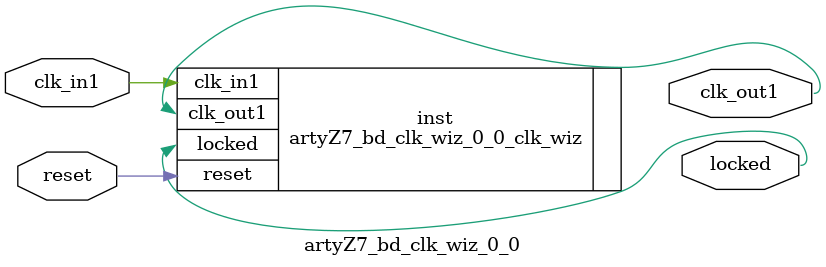
<source format=v>


`timescale 1ps/1ps

(* CORE_GENERATION_INFO = "artyZ7_bd_clk_wiz_0_0,clk_wiz_v6_0_15_0_0,{component_name=artyZ7_bd_clk_wiz_0_0,use_phase_alignment=true,use_min_o_jitter=false,use_max_i_jitter=false,use_dyn_phase_shift=false,use_inclk_switchover=false,use_dyn_reconfig=false,enable_axi=0,feedback_source=FDBK_AUTO,PRIMITIVE=MMCM,num_out_clk=1,clkin1_period=10.000,clkin2_period=10.000,use_power_down=false,use_reset=true,use_locked=true,use_inclk_stopped=false,feedback_type=SINGLE,CLOCK_MGR_TYPE=NA,manual_override=false}" *)

module artyZ7_bd_clk_wiz_0_0 
 (
  // Clock out ports
  output        clk_out1,
  // Status and control signals
  input         reset,
  output        locked,
 // Clock in ports
  input         clk_in1
 );

  artyZ7_bd_clk_wiz_0_0_clk_wiz inst
  (
  // Clock out ports  
  .clk_out1(clk_out1),
  // Status and control signals               
  .reset(reset), 
  .locked(locked),
 // Clock in ports
  .clk_in1(clk_in1)
  );

endmodule

</source>
